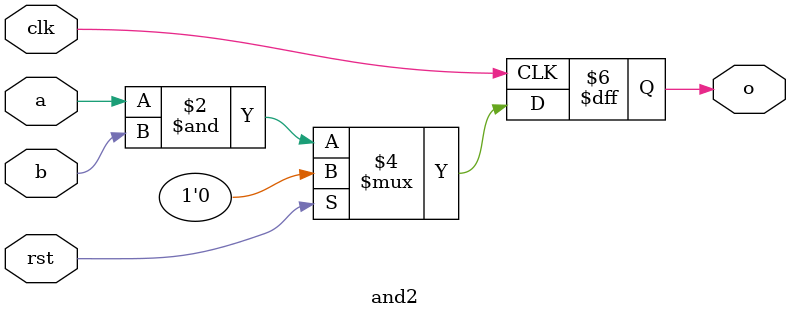
<source format=v>
module and2(
    input a,
    input b,
    input clk,
    input rst,
    output reg o
);

always @ (posedge clk) begin
    if (rst)
        o <= 1'b0;
    else
        o <= a & b;
end

endmodule
</source>
